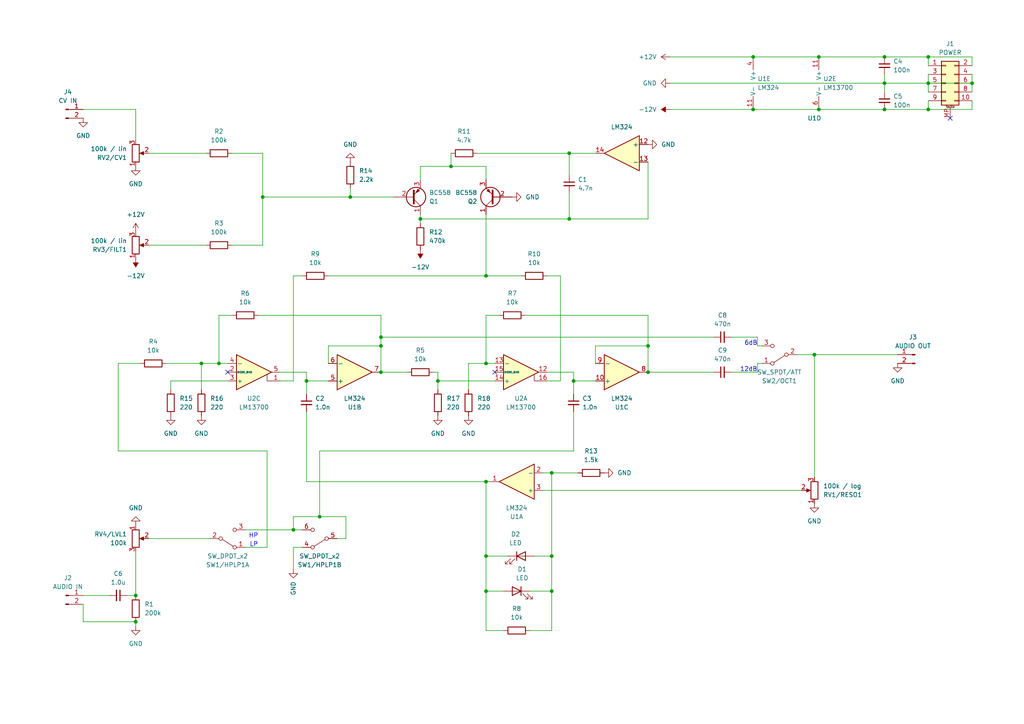
<source format=kicad_sch>
(kicad_sch (version 20230121) (generator eeschema)
  (paper "A4")
  (lib_symbols
    (symbol "Amplifier_Operational:LM13700" (pin_names (offset 0.127))
      (property "Reference" "U" (at 3.81 5.08 0))
      (property "Value" "LM13700" (at 5.08 -5.08 0))
      (symbol "LM13700_1_1"
        (polyline (pts (xy 3.81 -0.635) (xy 3.81 -2.54) (xy 5.08 -2.54)))
        (polyline (pts (xy 5.08 0) (xy -5.08 -5.08) (xy -5.08 5.08) (xy 5.08 0)) (stroke (width 0.254)) (fill (type background)))
        (pin output line (at 7.62 0 180) (length 2.54) (name "~") (number "12"))
        (pin input line (at -7.62 2.54 0) (length 2.54) (name "-") (number "13"))
        (pin input line (at -7.62 -2.54 0) (length 2.54) (name "+") (number "14"))
        (pin input line (at -7.62 0 0) (length 2.54) (name "DIODE_BIAS") (number "15"))
        (pin input line (at 7.62 -2.54 180) (length 2.54) (name "~") (number "16"))
      )
      (symbol "LM13700_2_0"
        (polyline (pts (xy -1.905 2.54) (xy -3.175 2.54)))
      )
      (symbol "LM13700_2_1"
        (circle (center -2.54 1.905) (radius 0.254) (stroke (width 0.254)) (fill (type outline)))
        (polyline (pts (xy -3.81 -0.635) (xy -2.54 -1.27)))
        (polyline (pts (xy -3.81 1.27) (xy -3.81 -1.27)))
        (polyline (pts (xy -2.54 -1.905) (xy -1.27 -2.54)))
        (polyline (pts (xy -2.54 0) (xy -2.54 -2.54)))
        (polyline (pts (xy -3.81 0.635) (xy -2.54 1.27) (xy -2.54 1.905) (xy -2.54 2.54)))
        (polyline (pts (xy -2.54 -1.27) (xy -3.175 -0.635) (xy -3.175 -1.27) (xy -2.54 -1.27)) (fill (type outline)))
        (polyline (pts (xy -2.54 -0.635) (xy -1.27 0) (xy -1.27 1.905) (xy -2.54 1.905)))
        (polyline (pts (xy -1.27 -2.54) (xy -1.905 -1.905) (xy -1.905 -2.54) (xy -1.27 -2.54)) (fill (type outline)))
        (text "V+" (at -2.54 3.81 0) (effects (font (size 1.27 1.27))))
        (pin input line (at -7.62 0 0) (length 3.81) (name "~") (number "10"))
        (pin output line (at 2.54 -2.54 180) (length 3.81) (name "~") (number "9"))
      )
      (symbol "LM13700_3_1"
        (polyline (pts (xy 3.81 -0.635) (xy 3.81 -2.54) (xy 5.08 -2.54)))
        (polyline (pts (xy 5.08 0) (xy -5.08 -5.08) (xy -5.08 5.08) (xy 5.08 0)) (stroke (width 0.254)) (fill (type background)))
        (pin input line (at 7.62 -2.54 180) (length 2.54) (name "~") (number "1"))
        (pin input line (at -7.62 0 0) (length 2.54) (name "DIODE_BIAS") (number "2"))
        (pin input line (at -7.62 -2.54 0) (length 2.54) (name "+") (number "3"))
        (pin input line (at -7.62 2.54 0) (length 2.54) (name "-") (number "4"))
        (pin output line (at 7.62 0 180) (length 2.54) (name "~") (number "5"))
      )
      (symbol "LM13700_4_0"
        (polyline (pts (xy -3.175 2.54) (xy -1.905 2.54)))
        (text "V+" (at -2.54 3.81 0) (effects (font (size 1.27 1.27))))
      )
      (symbol "LM13700_4_1"
        (circle (center -2.54 1.905) (radius 0.254) (stroke (width 0.254)) (fill (type outline)))
        (polyline (pts (xy -3.81 -0.635) (xy -2.54 -1.27)))
        (polyline (pts (xy -3.81 1.27) (xy -3.81 -1.27)))
        (polyline (pts (xy -2.54 -1.905) (xy -1.27 -2.54)))
        (polyline (pts (xy -2.54 0) (xy -2.54 -2.54)))
        (polyline (pts (xy -3.81 0.635) (xy -2.54 1.27) (xy -2.54 2.54)))
        (polyline (pts (xy -2.54 -1.27) (xy -3.175 -0.635) (xy -3.175 -1.27) (xy -2.54 -1.27)) (fill (type outline)))
        (polyline (pts (xy -2.54 -0.635) (xy -1.27 0) (xy -1.27 1.905) (xy -2.54 1.905)))
        (polyline (pts (xy -1.27 -2.54) (xy -1.905 -1.905) (xy -1.905 -2.54) (xy -1.27 -2.54)) (fill (type outline)))
        (pin input line (at -7.62 0 0) (length 3.81) (name "~") (number "7"))
        (pin output line (at 2.54 -2.54 180) (length 3.81) (name "~") (number "8"))
      )
      (symbol "LM13700_5_1"
        (pin power_in line (at -2.54 7.62 270) (length 3.81) (name "V+") (number "11"))
        (pin power_in line (at -2.54 -7.62 90) (length 3.81) (name "V-") (number "6"))
      )
    )
    (symbol "Amplifier_Operational:LM324" (pin_names (offset 0.127))
      (property "Reference" "U" (at 0 5.08 0))
      (property "Value" "LM324" (at 0 -5.08 0))
      (symbol "LM324_1_1"
        (polyline (pts (xy -5.08 5.08) (xy 5.08 0) (xy -5.08 -5.08) (xy -5.08 5.08)) (stroke (width 0.254)) (fill (type background)))
        (pin output line (at 7.62 0 180) (length 2.54) (name "~") (number "1"))
        (pin input line (at -7.62 -2.54 0) (length 2.54) (name "-") (number "2"))
        (pin input line (at -7.62 2.54 0) (length 2.54) (name "+") (number "3"))
      )
      (symbol "LM324_2_1"
        (polyline (pts (xy -5.08 5.08) (xy 5.08 0) (xy -5.08 -5.08) (xy -5.08 5.08)) (stroke (width 0.254)) (fill (type background)))
        (pin input line (at -7.62 2.54 0) (length 2.54) (name "+") (number "5"))
        (pin input line (at -7.62 -2.54 0) (length 2.54) (name "-") (number "6"))
        (pin output line (at 7.62 0 180) (length 2.54) (name "~") (number "7"))
      )
      (symbol "LM324_3_1"
        (polyline (pts (xy -5.08 5.08) (xy 5.08 0) (xy -5.08 -5.08) (xy -5.08 5.08)) (stroke (width 0.254)) (fill (type background)))
        (pin input line (at -7.62 2.54 0) (length 2.54) (name "+") (number "10"))
        (pin output line (at 7.62 0 180) (length 2.54) (name "~") (number "8"))
        (pin input line (at -7.62 -2.54 0) (length 2.54) (name "-") (number "9"))
      )
      (symbol "LM324_4_1"
        (polyline (pts (xy -5.08 5.08) (xy 5.08 0) (xy -5.08 -5.08) (xy -5.08 5.08)) (stroke (width 0.254)) (fill (type background)))
        (pin input line (at -7.62 2.54 0) (length 2.54) (name "+") (number "12"))
        (pin input line (at -7.62 -2.54 0) (length 2.54) (name "-") (number "13"))
        (pin output line (at 7.62 0 180) (length 2.54) (name "~") (number "14"))
      )
      (symbol "LM324_5_1"
        (pin power_in line (at -2.54 -7.62 90) (length 3.81) (name "V-") (number "11"))
        (pin power_in line (at -2.54 7.62 270) (length 3.81) (name "V+") (number "4"))
      )
    )
    (symbol "Connector:Conn_01x02_Pin" (pin_names (offset 1.016) hide)
      (property "Reference" "J" (at 0 2.54 0))
      (property "Value" "Conn_01x02_Pin" (at 0 -5.08 0))
      (symbol "Conn_01x02_Pin_1_1"
        (polyline (pts (xy 1.27 -2.54) (xy 0.8636 -2.54)) (stroke (width 0.1524)))
        (polyline (pts (xy 1.27 0) (xy 0.8636 0)) (stroke (width 0.1524)))
        (rectangle (start 0.8636 -2.413) (end 0 -2.667) (stroke (width 0.1524)) (fill (type outline)))
        (rectangle (start 0.8636 0.127) (end 0 -0.127) (stroke (width 0.1524)) (fill (type outline)))
        (pin passive line (at 5.08 0 180) (length 3.81) (name "Pin_1") (number "1"))
        (pin passive line (at 5.08 -2.54 180) (length 3.81) (name "Pin_2") (number "2"))
      )
    )
    (symbol "Connector_Generic_MountingPin:Conn_02x05_Odd_Even_MountingPin" (pin_names (offset 1.016) hide)
      (property "Reference" "J" (at 1.27 7.62 0))
      (property "Value" "Conn_02x05_Odd_Even_MountingPin" (at 2.54 -7.62 0))
      (symbol "Conn_02x05_Odd_Even_MountingPin_1_1"
        (rectangle (start -1.27 -4.953) (end 0 -5.207) (stroke (width 0.1524)))
        (rectangle (start -1.27 -2.413) (end 0 -2.667) (stroke (width 0.1524)))
        (rectangle (start -1.27 0.127) (end 0 -0.127) (stroke (width 0.1524)))
        (rectangle (start -1.27 2.667) (end 0 2.413) (stroke (width 0.1524)))
        (rectangle (start -1.27 5.207) (end 0 4.953) (stroke (width 0.1524)))
        (rectangle (start -1.27 6.35) (end 3.81 -6.35) (stroke (width 0.254)) (fill (type background)))
        (polyline (pts (xy 0.254 -7.112) (xy 2.286 -7.112)) (stroke (width 0.1524)))
        (rectangle (start 3.81 -4.953) (end 2.54 -5.207) (stroke (width 0.1524)))
        (rectangle (start 3.81 -2.413) (end 2.54 -2.667) (stroke (width 0.1524)))
        (rectangle (start 3.81 0.127) (end 2.54 -0.127) (stroke (width 0.1524)))
        (rectangle (start 3.81 2.667) (end 2.54 2.413) (stroke (width 0.1524)))
        (rectangle (start 3.81 5.207) (end 2.54 4.953) (stroke (width 0.1524)))
        (text "Mounting" (at 1.27 -6.731 0) (effects (font (size 0.381 0.381))))
        (pin passive line (at -5.08 5.08 0) (length 3.81) (name "Pin_1") (number "1"))
        (pin passive line (at 7.62 -5.08 180) (length 3.81) (name "Pin_10") (number "10"))
        (pin passive line (at 7.62 5.08 180) (length 3.81) (name "Pin_2") (number "2"))
        (pin passive line (at -5.08 2.54 0) (length 3.81) (name "Pin_3") (number "3"))
        (pin passive line (at 7.62 2.54 180) (length 3.81) (name "Pin_4") (number "4"))
        (pin passive line (at -5.08 0 0) (length 3.81) (name "Pin_5") (number "5"))
        (pin passive line (at 7.62 0 180) (length 3.81) (name "Pin_6") (number "6"))
        (pin passive line (at -5.08 -2.54 0) (length 3.81) (name "Pin_7") (number "7"))
        (pin passive line (at 7.62 -2.54 180) (length 3.81) (name "Pin_8") (number "8"))
        (pin passive line (at -5.08 -5.08 0) (length 3.81) (name "Pin_9") (number "9"))
        (pin passive line (at 1.27 -10.16 90) (length 3.048) (name "MountPin") (number "MP"))
      )
    )
    (symbol "Device:C_Small" (pin_numbers hide) (pin_names (offset 0.254) hide)
      (property "Reference" "C" (at 0.254 1.778 0))
      (property "Value" "C_Small" (at 0.254 -2.032 0))
      (symbol "C_Small_0_1"
        (polyline (pts (xy -1.524 -0.508) (xy 1.524 -0.508)) (stroke (width 0.3302)))
        (polyline (pts (xy -1.524 0.508) (xy 1.524 0.508)) (stroke (width 0.3048)))
      )
      (symbol "C_Small_1_1"
        (pin passive line (at 0 2.54 270) (length 2.032) (name "~") (number "1"))
        (pin passive line (at 0 -2.54 90) (length 2.032) (name "~") (number "2"))
      )
    )
    (symbol "Device:LED" (pin_numbers hide) (pin_names (offset 1.016) hide)
      (property "Reference" "D" (at 0 2.54 0))
      (property "Value" "LED" (at 0 -2.54 0))
      (symbol "LED_0_1"
        (polyline (pts (xy -1.27 -1.27) (xy -1.27 1.27)) (stroke (width 0.254)))
        (polyline (pts (xy -1.27 0) (xy 1.27 0)))
        (polyline (pts (xy 1.27 -1.27) (xy 1.27 1.27) (xy -1.27 0) (xy 1.27 -1.27)) (stroke (width 0.254)))
        (polyline (pts (xy -3.048 -0.762) (xy -4.572 -2.286) (xy -3.81 -2.286) (xy -4.572 -2.286) (xy -4.572 -1.524)))
        (polyline (pts (xy -1.778 -0.762) (xy -3.302 -2.286) (xy -2.54 -2.286) (xy -3.302 -2.286) (xy -3.302 -1.524)))
      )
      (symbol "LED_1_1"
        (pin passive line (at -3.81 0 0) (length 2.54) (name "K") (number "1"))
        (pin passive line (at 3.81 0 180) (length 2.54) (name "A") (number "2"))
      )
    )
    (symbol "Device:R" (pin_numbers hide) (pin_names (offset 0))
      (property "Reference" "R" (at 2.032 0 90))
      (property "Value" "R" (at 0 0 90))
      (symbol "R_0_1"
        (rectangle (start -1.016 -2.54) (end 1.016 2.54) (stroke (width 0.254)))
      )
      (symbol "R_1_1"
        (pin passive line (at 0 3.81 270) (length 1.27) (name "~") (number "1"))
        (pin passive line (at 0 -3.81 90) (length 1.27) (name "~") (number "2"))
      )
    )
    (symbol "Device:R_Potentiometer" (pin_names (offset 1.016) hide)
      (property "Reference" "RV" (at -4.445 0 90))
      (property "Value" "R_Potentiometer" (at -2.54 0 90))
      (symbol "R_Potentiometer_0_1"
        (polyline (pts (xy 2.54 0) (xy 1.524 0)))
        (polyline (pts (xy 1.143 0) (xy 2.286 0.508) (xy 2.286 -0.508) (xy 1.143 0)) (fill (type outline)))
        (rectangle (start 1.016 2.54) (end -1.016 -2.54) (stroke (width 0.254)))
      )
      (symbol "R_Potentiometer_1_1"
        (pin passive line (at 0 3.81 270) (length 1.27) (name "1") (number "1"))
        (pin passive line (at 3.81 0 180) (length 1.27) (name "2") (number "2"))
        (pin passive line (at 0 -3.81 90) (length 1.27) (name "3") (number "3"))
      )
    )
    (symbol "Switch:SW_DPDT_x2" (pin_names (offset 0) hide)
      (property "Reference" "SW" (at 0 4.318 0))
      (property "Value" "SW_DPDT_x2" (at 0 -5.08 0))
      (symbol "SW_DPDT_x2_0_0"
        (circle (center -2.032 0) (radius 0.508))
        (circle (center 2.032 -2.54) (radius 0.508))
      )
      (symbol "SW_DPDT_x2_0_1"
        (polyline (pts (xy -1.524 0.254) (xy 1.651 2.286)))
        (circle (center 2.032 2.54) (radius 0.508))
      )
      (symbol "SW_DPDT_x2_1_1"
        (pin passive line (at 5.08 2.54 180) (length 2.54) (name "A") (number "1"))
        (pin passive line (at -5.08 0 0) (length 2.54) (name "B") (number "2"))
        (pin passive line (at 5.08 -2.54 180) (length 2.54) (name "C") (number "3"))
      )
      (symbol "SW_DPDT_x2_2_1"
        (pin passive line (at 5.08 2.54 180) (length 2.54) (name "A") (number "4"))
        (pin passive line (at -5.08 0 0) (length 2.54) (name "B") (number "5"))
        (pin passive line (at 5.08 -2.54 180) (length 2.54) (name "C") (number "6"))
      )
    )
    (symbol "Switch:SW_SPDT" (pin_names (offset 0) hide)
      (property "Reference" "SW" (at 0 4.318 0))
      (property "Value" "SW_SPDT" (at 0 -5.08 0))
      (symbol "SW_SPDT_0_0"
        (circle (center -2.032 0) (radius 0.508))
        (circle (center 2.032 -2.54) (radius 0.508))
      )
      (symbol "SW_SPDT_0_1"
        (polyline (pts (xy -1.524 0.254) (xy 1.651 2.286)))
        (circle (center 2.032 2.54) (radius 0.508))
      )
      (symbol "SW_SPDT_1_1"
        (pin passive line (at 5.08 2.54 180) (length 2.54) (name "A") (number "1"))
        (pin passive line (at -5.08 0 0) (length 2.54) (name "B") (number "2"))
        (pin passive line (at 5.08 -2.54 180) (length 2.54) (name "C") (number "3"))
      )
    )
    (symbol "Transistor_BJT:BC559" (pin_names (offset 0) hide)
      (property "Reference" "Q" (at 5.08 1.905 0))
      (property "Value" "BC559" (at 5.08 0 0))
      (symbol "BC559_0_1"
        (polyline (pts (xy 0.635 0.635) (xy 2.54 2.54)))
        (polyline (pts (xy 0.635 -0.635) (xy 2.54 -2.54) (xy 2.54 -2.54)))
        (polyline (pts (xy 0.635 1.905) (xy 0.635 -1.905) (xy 0.635 -1.905)) (stroke (width 0.508)))
        (polyline (pts (xy 2.286 -1.778) (xy 1.778 -2.286) (xy 1.27 -1.27) (xy 2.286 -1.778) (xy 2.286 -1.778)) (fill (type outline)))
        (circle (center 1.27 0) (radius 2.8194) (stroke (width 0.254)))
      )
      (symbol "BC559_1_1"
        (pin passive line (at 2.54 5.08 270) (length 2.54) (name "C") (number "1"))
        (pin input line (at -5.08 0 0) (length 5.715) (name "B") (number "2"))
        (pin passive line (at 2.54 -5.08 90) (length 2.54) (name "E") (number "3"))
      )
    )
    (symbol "power:+12V" (power) (pin_names (offset 0))
      (property "Value" "+12V" (at 0 3.556 0))
      (symbol "+12V_0_1"
        (polyline (pts (xy -0.762 1.27) (xy 0 2.54)))
        (polyline (pts (xy 0 0) (xy 0 2.54)))
        (polyline (pts (xy 0 2.54) (xy 0.762 1.27)))
      )
      (symbol "+12V_1_1"
        (pin power_in line (at 0 0 90) (length 0) hide (name "+12V") (number "1"))
      )
    )
    (symbol "power:-12V" (power) (pin_names (offset 0))
      (property "Value" "-12V" (at 0 3.81 0))
      (symbol "-12V_0_0"
        (pin power_in line (at 0 0 90) (length 0) hide (name "-12V") (number "1"))
      )
      (symbol "-12V_0_1"
        (polyline (pts (xy 0 0) (xy 0 1.27) (xy 0.762 1.27) (xy 0 2.54) (xy -0.762 1.27) (xy 0 1.27)) (fill (type outline)))
      )
    )
    (symbol "power:GND" (power) (pin_names (offset 0))
      (property "Value" "GND" (at 0 -3.81 0))
      (symbol "GND_0_1"
        (polyline (pts (xy 0 0) (xy 0 -1.27) (xy 1.27 -1.27) (xy 0 -2.54) (xy -1.27 -1.27) (xy 0 -1.27)))
      )
      (symbol "GND_1_1"
        (pin power_in line (at 0 0 270) (length 0) hide (name "GND") (number "1"))
      )
    )
  )
  (junction (at 110.49 97.79))
  (junction (at 140.97 139.7))
  (junction (at 58.42 105.41))
  (junction (at 269.24 16.51))
  (junction (at 237.49 31.75))
  (junction (at 76.2 57.15))
  (junction (at 269.24 24.13))
  (junction (at 88.9 110.49))
  (junction (at 140.97 80.01))
  (junction (at 85.09 153.67))
  (junction (at 165.1 63.5))
  (junction (at 140.97 105.41))
  (junction (at 236.22 102.87))
  (junction (at 256.54 31.75))
  (junction (at 121.92 63.5))
  (junction (at 101.6 57.15))
  (junction (at 256.54 16.51))
  (junction (at 160.02 137.16))
  (junction (at 281.94 24.13))
  (junction (at 237.49 16.51))
  (junction (at 63.5 105.41))
  (junction (at 39.37 172.72))
  (junction (at 92.71 149.86))
  (junction (at 140.97 161.29))
  (junction (at 166.37 110.49))
  (junction (at 160.02 171.45))
  (junction (at 187.96 107.95))
  (junction (at 140.97 171.45))
  (junction (at 256.54 24.13))
  (junction (at 110.49 100.33))
  (junction (at 187.96 100.33))
  (junction (at 165.1 44.45))
  (junction (at 130.81 48.26))
  (junction (at 127 110.49))
  (junction (at 110.49 107.95))
  (junction (at 218.44 31.75))
  (junction (at 218.44 16.51))
  (junction (at 160.02 161.29))
  (junction (at 269.24 31.75))
  (junction (at 39.37 180.34))
  (no_connect (at 143.51 107.95))
  (no_connect (at 275.59 34.29))
  (no_connect (at 66.04 107.95))
  (wire (pts (xy 146.05 171.45) (xy 140.97 171.45)))
  (wire (pts (xy 269.24 19.05) (xy 269.24 16.51)))
  (wire (pts (xy 140.97 62.23) (xy 140.97 80.01)))
  (wire (pts (xy 219.71 105.41) (xy 219.71 107.95)))
  (wire (pts (xy 110.49 100.33) (xy 95.25 100.33)))
  (wire (pts (xy 194.31 16.51) (xy 218.44 16.51)))
  (wire (pts (xy 110.49 107.95) (xy 110.49 100.33)))
  (wire (pts (xy 187.96 91.44) (xy 187.96 100.33)))
  (wire (pts (xy 162.56 80.01) (xy 162.56 110.49)))
  (wire (pts (xy 81.28 110.49) (xy 85.09 110.49)))
  (wire (pts (xy 34.29 105.41) (xy 34.29 130.81)))
  (wire (pts (xy 39.37 180.34) (xy 24.13 180.34)))
  (wire (pts (xy 212.09 97.79) (xy 219.71 97.79)))
  (wire (pts (xy 218.44 31.75) (xy 237.49 31.75)))
  (wire (pts (xy 157.48 137.16) (xy 160.02 137.16)))
  (wire (pts (xy 100.33 156.21) (xy 97.79 156.21)))
  (wire (pts (xy 231.14 102.87) (xy 236.22 102.87)))
  (wire (pts (xy 49.53 110.49) (xy 66.04 110.49)))
  (wire (pts (xy 166.37 107.95) (xy 166.37 110.49)))
  (wire (pts (xy 219.71 107.95) (xy 212.09 107.95)))
  (wire (pts (xy 100.33 156.21) (xy 100.33 149.86)))
  (wire (pts (xy 110.49 91.44) (xy 110.49 97.79)))
  (wire (pts (xy 110.49 97.79) (xy 110.49 100.33)))
  (wire (pts (xy 121.92 62.23) (xy 121.92 63.5)))
  (wire (pts (xy 24.13 180.34) (xy 24.13 175.26)))
  (wire (pts (xy 76.2 57.15) (xy 101.6 57.15)))
  (wire (pts (xy 237.49 16.51) (xy 256.54 16.51)))
  (wire (pts (xy 138.43 44.45) (xy 165.1 44.45)))
  (wire (pts (xy 92.71 149.86) (xy 100.33 149.86)))
  (wire (pts (xy 121.92 63.5) (xy 121.92 64.77)))
  (wire (pts (xy 269.24 24.13) (xy 281.94 24.13)))
  (wire (pts (xy 140.97 52.07) (xy 140.97 48.26)))
  (wire (pts (xy 135.89 105.41) (xy 140.97 105.41)))
  (wire (pts (xy 165.1 63.5) (xy 187.96 63.5)))
  (wire (pts (xy 166.37 119.38) (xy 166.37 130.81)))
  (wire (pts (xy 48.26 105.41) (xy 58.42 105.41)))
  (wire (pts (xy 153.67 171.45) (xy 160.02 171.45)))
  (wire (pts (xy 85.09 158.75) (xy 85.09 165.1)))
  (wire (pts (xy 140.97 161.29) (xy 140.97 171.45)))
  (wire (pts (xy 88.9 107.95) (xy 88.9 110.49)))
  (wire (pts (xy 135.89 113.03) (xy 135.89 105.41)))
  (wire (pts (xy 127 107.95) (xy 125.73 107.95)))
  (wire (pts (xy 219.71 105.41) (xy 220.98 105.41)))
  (wire (pts (xy 166.37 110.49) (xy 172.72 110.49)))
  (wire (pts (xy 152.4 91.44) (xy 187.96 91.44)))
  (wire (pts (xy 281.94 24.13) (xy 281.94 26.67)))
  (wire (pts (xy 207.01 97.79) (xy 110.49 97.79)))
  (wire (pts (xy 58.42 105.41) (xy 63.5 105.41)))
  (wire (pts (xy 121.92 63.5) (xy 165.1 63.5)))
  (wire (pts (xy 92.71 130.81) (xy 92.71 149.86)))
  (wire (pts (xy 218.44 16.51) (xy 237.49 16.51)))
  (wire (pts (xy 256.54 16.51) (xy 269.24 16.51)))
  (wire (pts (xy 140.97 80.01) (xy 151.13 80.01)))
  (wire (pts (xy 67.31 44.45) (xy 76.2 44.45)))
  (wire (pts (xy 127 107.95) (xy 127 110.49)))
  (wire (pts (xy 71.12 153.67) (xy 85.09 153.67)))
  (wire (pts (xy 49.53 113.03) (xy 49.53 110.49)))
  (wire (pts (xy 256.54 24.13) (xy 269.24 24.13)))
  (wire (pts (xy 127 110.49) (xy 143.51 110.49)))
  (wire (pts (xy 130.81 48.26) (xy 140.97 48.26)))
  (wire (pts (xy 158.75 110.49) (xy 162.56 110.49)))
  (wire (pts (xy 81.28 107.95) (xy 88.9 107.95)))
  (wire (pts (xy 39.37 181.61) (xy 39.37 180.34)))
  (wire (pts (xy 187.96 107.95) (xy 187.96 100.33)))
  (wire (pts (xy 58.42 105.41) (xy 58.42 113.03)))
  (wire (pts (xy 165.1 50.8) (xy 165.1 44.45)))
  (wire (pts (xy 269.24 16.51) (xy 281.94 16.51)))
  (wire (pts (xy 140.97 139.7) (xy 142.24 139.7)))
  (wire (pts (xy 67.31 91.44) (xy 63.5 91.44)))
  (wire (pts (xy 140.97 91.44) (xy 140.97 105.41)))
  (wire (pts (xy 219.71 100.33) (xy 220.98 100.33)))
  (wire (pts (xy 43.18 44.45) (xy 59.69 44.45)))
  (wire (pts (xy 85.09 149.86) (xy 85.09 153.67)))
  (wire (pts (xy 121.92 52.07) (xy 121.92 48.26)))
  (wire (pts (xy 85.09 110.49) (xy 85.09 80.01)))
  (wire (pts (xy 76.2 57.15) (xy 76.2 71.12)))
  (wire (pts (xy 24.13 172.72) (xy 31.75 172.72)))
  (wire (pts (xy 153.67 182.88) (xy 160.02 182.88)))
  (wire (pts (xy 256.54 31.75) (xy 269.24 31.75)))
  (wire (pts (xy 43.18 71.12) (xy 59.69 71.12)))
  (wire (pts (xy 77.47 158.75) (xy 77.47 130.81)))
  (wire (pts (xy 74.93 91.44) (xy 110.49 91.44)))
  (wire (pts (xy 256.54 21.59) (xy 256.54 24.13)))
  (wire (pts (xy 77.47 130.81) (xy 34.29 130.81)))
  (wire (pts (xy 88.9 110.49) (xy 95.25 110.49)))
  (wire (pts (xy 63.5 91.44) (xy 63.5 105.41)))
  (wire (pts (xy 269.24 31.75) (xy 281.94 31.75)))
  (wire (pts (xy 39.37 160.02) (xy 39.37 172.72)))
  (wire (pts (xy 219.71 100.33) (xy 219.71 97.79)))
  (wire (pts (xy 157.48 142.24) (xy 232.41 142.24)))
  (wire (pts (xy 269.24 24.13) (xy 269.24 26.67)))
  (wire (pts (xy 110.49 107.95) (xy 118.11 107.95)))
  (wire (pts (xy 95.25 100.33) (xy 95.25 105.41)))
  (wire (pts (xy 85.09 153.67) (xy 87.63 153.67)))
  (wire (pts (xy 88.9 114.3) (xy 88.9 110.49)))
  (wire (pts (xy 121.92 48.26) (xy 130.81 48.26)))
  (wire (pts (xy 140.97 161.29) (xy 140.97 139.7)))
  (wire (pts (xy 158.75 107.95) (xy 166.37 107.95)))
  (wire (pts (xy 160.02 137.16) (xy 167.64 137.16)))
  (wire (pts (xy 237.49 31.75) (xy 256.54 31.75)))
  (wire (pts (xy 187.96 100.33) (xy 172.72 100.33)))
  (wire (pts (xy 140.97 171.45) (xy 140.97 182.88)))
  (wire (pts (xy 130.81 44.45) (xy 130.81 48.26)))
  (wire (pts (xy 147.32 161.29) (xy 140.97 161.29)))
  (wire (pts (xy 88.9 119.38) (xy 88.9 139.7)))
  (wire (pts (xy 127 113.03) (xy 127 110.49)))
  (wire (pts (xy 165.1 55.88) (xy 165.1 63.5)))
  (wire (pts (xy 92.71 149.86) (xy 85.09 149.86)))
  (wire (pts (xy 281.94 19.05) (xy 281.94 16.51)))
  (wire (pts (xy 236.22 102.87) (xy 236.22 138.43)))
  (wire (pts (xy 165.1 44.45) (xy 172.72 44.45)))
  (wire (pts (xy 172.72 100.33) (xy 172.72 105.41)))
  (wire (pts (xy 85.09 80.01) (xy 87.63 80.01)))
  (wire (pts (xy 39.37 31.75) (xy 39.37 40.64)))
  (wire (pts (xy 144.78 91.44) (xy 140.97 91.44)))
  (wire (pts (xy 158.75 80.01) (xy 162.56 80.01)))
  (wire (pts (xy 71.12 158.75) (xy 77.47 158.75)))
  (wire (pts (xy 269.24 21.59) (xy 269.24 24.13)))
  (wire (pts (xy 88.9 139.7) (xy 140.97 139.7)))
  (wire (pts (xy 140.97 105.41) (xy 143.51 105.41)))
  (wire (pts (xy 146.05 182.88) (xy 140.97 182.88)))
  (wire (pts (xy 166.37 114.3) (xy 166.37 110.49)))
  (wire (pts (xy 194.31 24.13) (xy 256.54 24.13)))
  (wire (pts (xy 36.83 172.72) (xy 39.37 172.72)))
  (wire (pts (xy 154.94 161.29) (xy 160.02 161.29)))
  (wire (pts (xy 194.31 31.75) (xy 218.44 31.75)))
  (wire (pts (xy 187.96 46.99) (xy 187.96 63.5)))
  (wire (pts (xy 281.94 21.59) (xy 281.94 24.13)))
  (wire (pts (xy 101.6 57.15) (xy 114.3 57.15)))
  (wire (pts (xy 87.63 158.75) (xy 85.09 158.75)))
  (wire (pts (xy 207.01 107.95) (xy 187.96 107.95)))
  (wire (pts (xy 256.54 24.13) (xy 256.54 26.67)))
  (wire (pts (xy 160.02 171.45) (xy 160.02 182.88)))
  (wire (pts (xy 101.6 54.61) (xy 101.6 57.15)))
  (wire (pts (xy 34.29 105.41) (xy 40.64 105.41)))
  (wire (pts (xy 160.02 161.29) (xy 160.02 171.45)))
  (wire (pts (xy 76.2 44.45) (xy 76.2 57.15)))
  (wire (pts (xy 281.94 29.21) (xy 281.94 31.75)))
  (wire (pts (xy 24.13 31.75) (xy 39.37 31.75)))
  (wire (pts (xy 236.22 102.87) (xy 260.35 102.87)))
  (wire (pts (xy 160.02 161.29) (xy 160.02 137.16)))
  (wire (pts (xy 67.31 71.12) (xy 76.2 71.12)))
  (wire (pts (xy 95.25 80.01) (xy 140.97 80.01)))
  (wire (pts (xy 166.37 130.81) (xy 92.71 130.81)))
  (wire (pts (xy 269.24 29.21) (xy 269.24 31.75)))
  (wire (pts (xy 43.18 156.21) (xy 60.96 156.21)))
  (wire (pts (xy 63.5 105.41) (xy 66.04 105.41)))
  (text "HP" (at 74.93 156.21 0) (effects (font (size 1.27 1.27)) (justify right bottom)))
  (text "6dB" (at 215.9 100.33 0) (effects (font (size 1.27 1.27)) (justify left bottom)))
  (text "LP" (at 72.39 158.75 0) (effects (font (size 1.27 1.27)) (justify left bottom)))
  (text "12dB" (at 214.63 107.95 0) (effects (font (size 1.27 1.27)) (justify left bottom)))
  (symbol (lib_id "power:-12V") (at 121.92 72.39 180) (unit 1)
    (property "Reference" "#PWR013" (effects hide))
    (property "Value" "-12V" (at 121.92 77.47 0))
  )
  (symbol (lib_id "Device:R_Potentiometer") (at 236.22 142.24 180) (unit 1)
    (property "Reference" "RV1/RESO1" (at 238.76 143.51 0) (effects (justify right)))
    (property "Value" "100k / log" (at 238.76 140.97 0) (effects (justify right)))
    (property "Footprint" "Potentiometer_THT:Potentiometer_TT_P0915N" (effects hide))
    (property "Sim.Device" "R" (effects hide))
    (property "Sim.Pins" "1=+ 2=-" (effects hide))
    (property "Sim.Params" "r=50k" (effects hide))
  )
  (symbol (lib_id "Device:R") (at 58.42 116.84 0) (unit 1)
    (property "Reference" "R16" (at 60.96 115.57 0) (effects (justify left)))
    (property "Value" "220" (at 60.96 118.11 0) (effects (justify left)))
    (property "Footprint" "Resistor_THT:R_Axial_DIN0207_L6.3mm_D2.5mm_P15.24mm_Horizontal" (effects hide))
  )
  (symbol (lib_id "power:GND") (at 39.37 181.61 0) (mirror y) (unit 1)
    (property "Reference" "#PWR09" (effects hide))
    (property "Value" "GND" (at 39.37 186.69 0))
  )
  (symbol (lib_id "Transistor_BJT:BC559") (at 119.38 57.15 0) (mirror x) (unit 1)
    (property "Reference" "Q1" (at 124.46 58.42 0) (effects (justify left)))
    (property "Value" "BC558" (at 124.46 55.88 0) (effects (justify left)))
    (property "Footprint" "Package_TO_SOT_THT:TO-92_Inline_Wide" (effects hide))
    (property "Datasheet" "https://www.onsemi.com/pub/Collateral/BC556BTA-D.pdf" (effects hide))
    (property "Sim.Library" "C:\\Users\\zykure\\Downloads\\BC557.lib" (effects hide))
    (property "Sim.Name" "BC557B" (effects hide))
    (property "Sim.Device" "PNP" (effects hide))
    (property "Sim.Type" "GUMMELPOON" (effects hide))
    (property "Sim.Pins" "1=C 2=B 3=E" (effects hide))
  )
  (symbol (lib_id "Amplifier_Operational:LM13700") (at 240.03 24.13 0) (unit 5)
    (property "Reference" "U2" (at 238.76 22.86 0) (effects (justify left)))
    (property "Value" "LM13700" (at 238.76 25.4 0) (effects (justify left)))
    (property "Footprint" "Package_DIP:DIP-16_W7.62mm" (effects hide))
    (property "Datasheet" "http://www.ti.com/lit/ds/symlink/lm13700.pdf" (effects hide))
    (property "Sim.Library" "C:\\Users\\zykure\\Downloads\\LM13700-dual.lib" (effects hide))
    (property "Sim.Name" "LM13700" (effects hide))
    (property "Sim.Device" "SUBCKT" (effects hide))
    (property "Sim.Pins" "1=1iab 2=1lin 3=1in+ 4=1in- 5=1out 6=vcc- 7=1bin 8=1buf 9=2buf 10=2bin 11=vcc+ 12=2out 13=2in- 14=2in+ 15=2iab 16=2lin" (effects hide))
  )
  (symbol (lib_id "Device:C_Small") (at 256.54 19.05 0) (unit 1)
    (property "Reference" "C4" (at 259.08 17.7863 0) (effects (justify left)))
    (property "Value" "100n" (at 259.08 20.3263 0) (effects (justify left)))
    (property "Footprint" "Capacitor_THT:C_Disc_D7.5mm_W2.5mm_P5.00mm" (effects hide))
  )
  (symbol (lib_id "Amplifier_Operational:LM13700") (at 151.13 107.95 0) (unit 1)
    (property "Reference" "U2" (at 151.13 115.57 0))
    (property "Value" "LM13700" (at 151.13 118.11 0))
    (property "Footprint" "Package_DIP:DIP-16_W7.62mm" (effects hide))
    (property "Datasheet" "http://www.ti.com/lit/ds/symlink/lm13700.pdf" (effects hide))
    (property "Sim.Library" "C:\\Users\\zykure\\Downloads\\LM13700-dual.lib" (effects hide))
    (property "Sim.Name" "LM13700" (effects hide))
    (property "Sim.Device" "SUBCKT" (effects hide))
    (property "Sim.Pins" "1=1iab 2=1lin 3=1in+ 4=1in- 5=1out 6=vcc- 7=1bin 8=1buf 9=2buf 10=2bin 11=vcc+ 12=2out 13=2in- 14=2in+ 15=2iab 16=2lin" (effects hide))
  )
  (symbol (lib_id "Amplifier_Operational:LM324") (at 180.34 107.95 0) (mirror x) (unit 3)
    (property "Reference" "U1" (at 180.34 118.11 0))
    (property "Value" "LM324" (at 180.34 115.57 0))
    (property "Footprint" "Package_DIP:DIP-14_W7.62mm" (effects hide))
    (property "Datasheet" "http://www.ti.com/lit/ds/symlink/lm2902-n.pdf" (effects hide))
    (property "Sim.Library" "C:\\Users\\zykure\\Downloads\\LM324-quad.lib" (effects hide))
    (property "Sim.Name" "LM324" (effects hide))
    (property "Sim.Device" "SUBCKT" (effects hide))
    (property "Sim.Pins" "1=1out 2=1in- 3=1in+ 4=vcc+ 5=2in+ 6=2in- 7=2out 8=3out 9=3in- 10=3in+ 11=vcc- 12=4in+ 13=4in- 14=4out" (effects hide))
  )
  (symbol (lib_id "Device:LED") (at 151.13 161.29 0) (unit 1)
    (property "Reference" "D2" (at 149.5425 154.94 0))
    (property "Value" "LED" (at 149.5425 157.48 0))
    (property "Footprint" "LED_THT:LED_D3.0mm" (effects hide))
    (property "Sim.Device" "D" (effects hide))
    (property "Sim.Pins" "1=K 2=A" (effects hide))
  )
  (symbol (lib_id "power:-12V") (at 39.37 74.93 180) (unit 1)
    (property "Reference" "#PWR014" (effects hide))
    (property "Value" "-12V" (at 39.37 80.01 0))
  )
  (symbol (lib_id "Device:R") (at 127 116.84 0) (unit 1)
    (property "Reference" "R17" (at 129.54 115.57 0) (effects (justify left)))
    (property "Value" "220" (at 129.54 118.11 0) (effects (justify left)))
    (property "Footprint" "Resistor_THT:R_Axial_DIN0207_L6.3mm_D2.5mm_P15.24mm_Horizontal" (effects hide))
  )
  (symbol (lib_id "Device:R") (at 134.62 44.45 90) (unit 1)
    (property "Reference" "R11" (at 134.62 38.1 90))
    (property "Value" "4.7k" (at 134.62 40.64 90))
    (property "Footprint" "Resistor_THT:R_Axial_DIN0207_L6.3mm_D2.5mm_P15.24mm_Horizontal" (effects hide))
  )
  (symbol (lib_id "Device:C_Small") (at 166.37 116.84 0) (unit 1)
    (property "Reference" "C3" (at 168.91 115.5763 0) (effects (justify left)))
    (property "Value" "1.0n" (at 168.91 118.1163 0) (effects (justify left)))
    (property "Footprint" "Capacitor_THT:C_Disc_D7.5mm_W2.5mm_P5.00mm" (effects hide))
  )
  (symbol (lib_id "Device:C_Small") (at 165.1 53.34 0) (unit 1)
    (property "Reference" "C1" (at 167.64 52.0763 0) (effects (justify left)))
    (property "Value" "4.7n" (at 167.64 54.6163 0) (effects (justify left)))
    (property "Footprint" "Capacitor_THT:C_Disc_D7.5mm_W2.5mm_P5.00mm" (effects hide))
  )
  (symbol (lib_id "power:GND") (at 85.09 165.1 0) (unit 1)
    (property "Reference" "#PWR06" (effects hide))
    (property "Value" "GND" (at 85.09 172.72 90) (effects (justify left)))
  )
  (symbol (lib_id "power:GND") (at 39.37 48.26 0) (unit 1)
    (property "Reference" "#PWR010" (effects hide))
    (property "Value" "GND" (at 39.37 53.34 0))
  )
  (symbol (lib_id "power:+12V") (at 39.37 67.31 0) (unit 1)
    (property "Reference" "#PWR017" (effects hide))
    (property "Value" "+12V" (at 39.37 62.23 0))
  )
  (symbol (lib_id "Device:C_Small") (at 256.54 29.21 0) (unit 1)
    (property "Reference" "C5" (at 259.08 27.9463 0) (effects (justify left)))
    (property "Value" "100n" (at 259.08 30.4863 0) (effects (justify left)))
    (property "Footprint" "Capacitor_THT:C_Disc_D7.5mm_W2.5mm_P5.00mm" (effects hide))
  )
  (symbol (lib_id "Amplifier_Operational:LM324") (at 220.98 24.13 0) (unit 5)
    (property "Reference" "U1" (at 219.71 22.86 0) (effects (justify left)))
    (property "Value" "LM324" (at 219.71 25.4 0) (effects (justify left)))
    (property "Footprint" "Package_DIP:DIP-14_W7.62mm" (effects hide))
    (property "Datasheet" "http://www.ti.com/lit/ds/symlink/lm2902-n.pdf" (effects hide))
    (property "Sim.Library" "C:\\Users\\zykure\\Downloads\\LM324-quad.lib" (effects hide))
    (property "Sim.Name" "LM324" (effects hide))
    (property "Sim.Device" "SUBCKT" (effects hide))
    (property "Sim.Pins" "1=1out 2=1in- 3=1in+ 4=vcc+ 5=2in+ 6=2in- 7=2out 8=3out 9=3in- 10=3in+ 11=vcc- 12=4in+ 13=4in- 14=4out" (effects hide))
  )
  (symbol (lib_id "Device:C_Small") (at 88.9 116.84 0) (unit 1)
    (property "Reference" "C2" (at 91.44 115.5763 0) (effects (justify left)))
    (property "Value" "1.0n" (at 91.44 118.1163 0) (effects (justify left)))
    (property "Footprint" "Capacitor_THT:C_Disc_D7.5mm_W2.5mm_P5.00mm" (effects hide))
  )
  (symbol (lib_id "Device:R") (at 44.45 105.41 90) (unit 1)
    (property "Reference" "R4" (at 44.45 99.06 90))
    (property "Value" "10k" (at 44.45 101.6 90))
    (property "Footprint" "Resistor_THT:R_Axial_DIN0207_L6.3mm_D2.5mm_P15.24mm_Horizontal" (effects hide))
  )
  (symbol (lib_id "power:GND") (at 175.26 137.16 90) (unit 1)
    (property "Reference" "#PWR012" (effects hide))
    (property "Value" "GND" (at 179.07 137.16 90) (effects (justify right)))
  )
  (symbol (lib_id "Device:R") (at 148.59 91.44 90) (unit 1)
    (property "Reference" "R7" (at 148.59 85.09 90))
    (property "Value" "10k" (at 148.59 87.63 90))
    (property "Footprint" "Resistor_THT:R_Axial_DIN0207_L6.3mm_D2.5mm_P15.24mm_Horizontal" (effects hide))
  )
  (symbol (lib_id "Switch:SW_DPDT_x2") (at 66.04 156.21 0) (mirror x) (unit 1)
    (property "Reference" "SW1/HPLP1" (at 66.04 163.83 0))
    (property "Value" "SW_DPDT_x2" (at 66.04 161.29 0))
    (property "Footprint" "Connector_PinHeader_2.00mm:PinHeader_2x03_P2.00mm_Vertical" (effects hide))
    (property "Sim.Device" "R" (effects hide))
    (property "Sim.Pins" "1=+ 2=-" (effects hide))
    (property "Sim.Params" "r=0" (effects hide))
  )
  (symbol (lib_id "Device:R") (at 91.44 80.01 90) (unit 1)
    (property "Reference" "R9" (at 91.44 73.66 90))
    (property "Value" "10k" (at 91.44 76.2 90))
    (property "Footprint" "Resistor_THT:R_Axial_DIN0207_L6.3mm_D2.5mm_P15.24mm_Horizontal" (effects hide))
  )
  (symbol (lib_id "Device:R") (at 149.86 182.88 90) (unit 1)
    (property "Reference" "R8" (at 149.86 176.53 90))
    (property "Value" "10k" (at 149.86 179.07 90))
    (property "Footprint" "Resistor_THT:R_Axial_DIN0207_L6.3mm_D2.5mm_P15.24mm_Horizontal" (effects hide))
  )
  (symbol (lib_id "Switch:SW_SPDT") (at 226.06 102.87 180) (unit 1)
    (property "Reference" "SW2/OCT1" (at 226.06 110.49 0))
    (property "Value" "SW_SPDT/ATT" (at 226.06 107.95 0))
    (property "Footprint" "Connector_PinHeader_2.00mm:PinHeader_1x03_P2.00mm_Vertical" (effects hide))
    (property "Sim.Device" "R" (effects hide))
    (property "Sim.Pins" "1=+ 2=-" (effects hide))
    (property "Sim.Params" "r=0" (effects hide))
  )
  (symbol (lib_id "Connector:Conn_01x02_Pin") (at 19.05 31.75 0) (unit 1)
    (property "Reference" "J4" (at 19.685 26.67 0))
    (property "Value" "CV IN" (at 19.685 29.21 0))
    (property "Footprint" "Connector_PinHeader_2.54mm:PinHeader_2x01_P2.54mm_Vertical" (effects hide))
    (property "Sim.Enable" "0" (effects hide))
  )
  (symbol (lib_id "Device:R") (at 63.5 71.12 90) (unit 1)
    (property "Reference" "R3" (at 63.5 64.77 90))
    (property "Value" "100k" (at 63.5 67.31 90))
    (property "Footprint" "Resistor_THT:R_Axial_DIN0207_L6.3mm_D2.5mm_P15.24mm_Horizontal" (effects hide))
  )
  (symbol (lib_id "power:GND") (at 58.42 120.65 0) (unit 1)
    (property "Reference" "#PWR02" (effects hide))
    (property "Value" "GND" (at 58.42 125.73 0))
  )
  (symbol (lib_id "power:GND") (at 236.22 146.05 0) (unit 1)
    (property "Reference" "#PWR011" (effects hide))
    (property "Value" "GND" (at 236.22 151.13 0))
  )
  (symbol (lib_id "Connector:Conn_01x02_Pin") (at 19.05 172.72 0) (unit 1)
    (property "Reference" "J2" (at 19.685 167.64 0))
    (property "Value" "AUDIO IN" (at 19.685 170.18 0))
    (property "Footprint" "Connector_PinHeader_2.54mm:PinHeader_2x01_P2.54mm_Vertical" (effects hide))
    (property "Sim.Enable" "0" (effects hide))
  )
  (symbol (lib_id "Device:R") (at 101.6 50.8 0) (unit 1)
    (property "Reference" "R14" (at 104.14 49.53 0) (effects (justify left)))
    (property "Value" "2.2k" (at 104.14 52.07 0) (effects (justify left)))
    (property "Footprint" "Resistor_THT:R_Axial_DIN0207_L6.3mm_D2.5mm_P15.24mm_Horizontal" (effects hide))
  )
  (symbol (lib_id "Amplifier_Operational:LM324") (at 149.86 139.7 180) (unit 1)
    (property "Reference" "U1" (at 149.86 149.86 0))
    (property "Value" "LM324" (at 149.86 147.32 0))
    (property "Footprint" "Package_DIP:DIP-14_W7.62mm" (effects hide))
    (property "Datasheet" "http://www.ti.com/lit/ds/symlink/lm2902-n.pdf" (effects hide))
    (property "Sim.Library" "C:\\Users\\zykure\\Downloads\\LM324-quad.lib" (effects hide))
    (property "Sim.Name" "LM324" (effects hide))
    (property "Sim.Device" "SUBCKT" (effects hide))
    (property "Sim.Pins" "1=1out 2=1in- 3=1in+ 4=vcc+ 5=2in+ 6=2in- 7=2out 8=3out 9=3in- 10=3in+ 11=vcc- 12=4in+ 13=4in- 14=4out" (effects hide))
  )
  (symbol (lib_id "power:+12V") (at 194.31 16.51 90) (unit 1)
    (property "Reference" "#PWR016" (effects hide))
    (property "Value" "+12V" (at 190.5 16.51 90) (effects (justify left)))
  )
  (symbol (lib_id "Device:C_Small") (at 209.55 97.79 90) (unit 1)
    (property "Reference" "C8" (at 209.5563 91.44 90))
    (property "Value" "470n" (at 209.5563 93.98 90))
    (property "Footprint" "Capacitor_THT:C_Disc_D7.5mm_W2.5mm_P5.00mm" (effects hide))
  )
  (symbol (lib_id "power:GND") (at 101.6 46.99 180) (unit 1)
    (property "Reference" "#PWR020" (effects hide))
    (property "Value" "GND" (at 101.6 41.91 0))
  )
  (symbol (lib_id "Device:R_Potentiometer") (at 39.37 44.45 0) (mirror x) (unit 1)
    (property "Reference" "RV2/CV1" (at 36.83 45.72 0) (effects (justify right)))
    (property "Value" "100k / lin" (at 36.83 43.18 0) (effects (justify right)))
    (property "Footprint" "Potentiometer_THT:Potentiometer_TT_P0915N" (effects hide))
    (property "Sim.Device" "R" (effects hide))
    (property "Sim.Pins" "1=+ 2=-" (effects hide))
    (property "Sim.Params" "r=50k" (effects hide))
  )
  (symbol (lib_id "power:GND") (at 148.59 57.15 90) (unit 1)
    (property "Reference" "#PWR019" (effects hide))
    (property "Value" "GND" (at 152.4 57.15 90) (effects (justify right)))
  )
  (symbol (lib_id "power:GND") (at 194.31 24.13 270) (unit 1)
    (property "Reference" "#PWR018" (effects hide))
    (property "Value" "GND" (at 190.5 24.13 90) (effects (justify right)))
  )
  (symbol (lib_id "Device:R") (at 154.94 80.01 90) (unit 1)
    (property "Reference" "R10" (at 154.94 73.66 90))
    (property "Value" "10k" (at 154.94 76.2 90))
    (property "Footprint" "Resistor_THT:R_Axial_DIN0207_L6.3mm_D2.5mm_P15.24mm_Horizontal" (effects hide))
  )
  (symbol (lib_id "Device:C_Small") (at 34.29 172.72 270) (mirror x) (unit 1)
    (property "Reference" "C6" (at 34.2837 166.37 90))
    (property "Value" "1.0u" (at 34.2837 168.91 90))
    (property "Footprint" "Capacitor_THT:C_Disc_D7.5mm_W2.5mm_P5.00mm" (effects hide))
  )
  (symbol (lib_id "power:GND") (at 135.89 120.65 0) (unit 1)
    (property "Reference" "#PWR04" (effects hide))
    (property "Value" "GND" (at 135.89 125.73 0))
  )
  (symbol (lib_id "Device:R") (at 121.92 107.95 90) (unit 1)
    (property "Reference" "R5" (at 121.92 101.6 90))
    (property "Value" "10k" (at 121.92 104.14 90))
    (property "Footprint" "Resistor_THT:R_Axial_DIN0207_L6.3mm_D2.5mm_P15.24mm_Horizontal" (effects hide))
  )
  (symbol (lib_id "Device:R") (at 135.89 116.84 0) (unit 1)
    (property "Reference" "R18" (at 138.43 115.57 0) (effects (justify left)))
    (property "Value" "220" (at 138.43 118.11 0) (effects (justify left)))
    (property "Footprint" "Resistor_THT:R_Axial_DIN0207_L6.3mm_D2.5mm_P15.24mm_Horizontal" (effects hide))
  )
  (symbol (lib_id "Transistor_BJT:BC559") (at 143.51 57.15 180) (unit 1)
    (property "Reference" "Q2" (at 138.43 58.42 0) (effects (justify left)))
    (property "Value" "BC558" (at 138.43 55.88 0) (effects (justify left)))
    (property "Footprint" "Package_TO_SOT_THT:TO-92_Inline_Wide" (effects hide))
    (property "Datasheet" "https://www.onsemi.com/pub/Collateral/BC556BTA-D.pdf" (effects hide))
    (property "Sim.Library" "C:\\Users\\zykure\\Downloads\\BC557.lib" (effects hide))
    (property "Sim.Name" "BC557B" (effects hide))
    (property "Sim.Device" "PNP" (effects hide))
    (property "Sim.Type" "GUMMELPOON" (effects hide))
    (property "Sim.Pins" "1=C 2=B 3=E" (effects hide))
  )
  (symbol (lib_id "Device:R") (at 39.37 176.53 0) (unit 1)
    (property "Reference" "R1" (at 41.91 175.26 0) (effects (justify left)))
    (property "Value" "200k" (at 41.91 177.8 0) (effects (justify left)))
    (property "Footprint" "Resistor_THT:R_Axial_DIN0207_L6.3mm_D2.5mm_P15.24mm_Horizontal" (effects hide))
  )
  (symbol (lib_id "power:GND") (at 260.35 105.41 0) (unit 1)
    (property "Reference" "#PWR07" (effects hide))
    (property "Value" "GND" (at 260.35 110.49 0))
  )
  (symbol (lib_id "Switch:SW_DPDT_x2") (at 92.71 156.21 180) (unit 2)
    (property "Reference" "SW1/HPLP1" (at 92.71 163.83 0))
    (property "Value" "SW_DPDT_x2" (at 92.71 161.29 0))
    (property "Footprint" "Connector_PinHeader_2.00mm:PinHeader_2x03_P2.00mm_Vertical" (effects hide))
    (property "Sim.Device" "R" (effects hide))
    (property "Sim.Pins" "1=+ 2=-" (effects hide))
    (property "Sim.Params" "r=0" (effects hide))
  )
  (symbol (lib_id "Amplifier_Operational:LM324") (at 102.87 107.95 0) (mirror x) (unit 2)
    (property "Reference" "U1" (at 102.87 118.11 0))
    (property "Value" "LM324" (at 102.87 115.57 0))
    (property "Footprint" "Package_DIP:DIP-14_W7.62mm" (effects hide))
    (property "Datasheet" "http://www.ti.com/lit/ds/symlink/lm2902-n.pdf" (effects hide))
    (property "Sim.Library" "C:\\Users\\zykure\\Downloads\\LM324-quad.lib" (effects hide))
    (property "Sim.Name" "LM324" (effects hide))
    (property "Sim.Device" "SUBCKT" (effects hide))
    (property "Sim.Pins" "1=1out 2=1in- 3=1in+ 4=vcc+ 5=2in+ 6=2in- 7=2out 8=3out 9=3in- 10=3in+ 11=vcc- 12=4in+ 13=4in- 14=4out" (effects hide))
  )
  (symbol (lib_id "power:GND") (at 24.13 34.29 0) (unit 1)
    (property "Reference" "#PWR08" (effects hide))
    (property "Value" "GND" (at 24.13 39.37 0))
  )
  (symbol (lib_id "Amplifier_Operational:LM324") (at 180.34 44.45 0) (mirror y) (unit 4)
    (property "Reference" "U1" (at 236.22 34.29 0))
    (property "Value" "LM324" (at 180.34 36.83 0))
    (property "Footprint" "Package_DIP:DIP-14_W7.62mm" (effects hide))
    (property "Datasheet" "http://www.ti.com/lit/ds/symlink/lm2902-n.pdf" (effects hide))
    (property "Sim.Library" "C:\\Users\\zykure\\Downloads\\LM324-quad.lib" (effects hide))
    (property "Sim.Name" "LM324" (effects hide))
    (property "Sim.Device" "SUBCKT" (effects hide))
    (property "Sim.Pins" "1=1out 2=1in- 3=1in+ 4=vcc+ 5=2in+ 6=2in- 7=2out 8=3out 9=3in- 10=3in+ 11=vcc- 12=4in+ 13=4in- 14=4out" (effects hide))
  )
  (symbol (lib_id "Amplifier_Operational:LM13700") (at 73.66 107.95 0) (unit 3)
    (property "Reference" "U2" (at 73.66 115.57 0))
    (property "Value" "LM13700" (at 73.66 118.11 0))
    (property "Footprint" "Package_DIP:DIP-16_W7.62mm" (effects hide))
    (property "Datasheet" "http://www.ti.com/lit/ds/symlink/lm13700.pdf" (effects hide))
    (property "Sim.Library" "C:\\Users\\zykure\\Downloads\\LM13700-dual.lib" (effects hide))
    (property "Sim.Name" "LM13700" (effects hide))
    (property "Sim.Device" "SUBCKT" (effects hide))
    (property "Sim.Pins" "1=1iab 2=1lin 3=1in+ 4=1in- 5=1out 6=vcc- 7=1bin 8=1buf 9=2buf 10=2bin 11=vcc+ 12=2out 13=2in- 14=2in+ 15=2iab 16=2lin" (effects hide))
  )
  (symbol (lib_id "Device:R") (at 121.92 68.58 0) (unit 1)
    (property "Reference" "R12" (at 124.46 67.31 0) (effects (justify left)))
    (property "Value" "470k" (at 124.46 69.85 0) (effects (justify left)))
    (property "Footprint" "Resistor_THT:R_Axial_DIN0207_L6.3mm_D2.5mm_P15.24mm_Horizontal" (effects hide))
  )
  (symbol (lib_id "Connector_Generic_MountingPin:Conn_02x05_Odd_Even_MountingPin") (at 274.32 24.13 0) (unit 1)
    (property "Reference" "J1" (at 275.59 12.7 0))
    (property "Value" "POWER" (at 275.59 15.24 0))
    (property "Footprint" "Connector_PinHeader_2.54mm:PinHeader_2x05_P2.54mm_Vertical" (effects hide))
    (property "Sim.Device" "V" (effects hide))
    (property "Sim.Type" "DC" (effects hide))
    (property "Sim.Pins" "1=+ 9=-" (effects hide))
    (property "Sim.Params" "dc=12" (effects hide))
  )
  (symbol (lib_id "Device:R") (at 71.12 91.44 270) (mirror x) (unit 1)
    (property "Reference" "R6" (at 71.12 85.09 90))
    (property "Value" "10k" (at 71.12 87.63 90))
    (property "Footprint" "Resistor_THT:R_Axial_DIN0207_L6.3mm_D2.5mm_P15.24mm_Horizontal" (effects hide))
  )
  (symbol (lib_id "Connector:Conn_01x02_Pin") (at 265.43 102.87 0) (mirror y) (unit 1)
    (property "Reference" "J3" (at 264.795 97.79 0))
    (property "Value" "AUDIO OUT" (at 264.795 100.33 0))
    (property "Footprint" "Connector_PinHeader_2.54mm:PinHeader_2x01_P2.54mm_Vertical" (effects hide))
    (property "Sim.Enable" "0" (effects hide))
  )
  (symbol (lib_id "Device:R") (at 171.45 137.16 270) (unit 1)
    (property "Reference" "R13" (at 171.45 130.81 90))
    (property "Value" "1.5k" (at 171.45 133.35 90))
    (property "Footprint" "Resistor_THT:R_Axial_DIN0207_L6.3mm_D2.5mm_P15.24mm_Horizontal" (effects hide))
  )
  (symbol (lib_id "Device:R") (at 63.5 44.45 90) (unit 1)
    (property "Reference" "R2" (at 63.5 38.1 90))
    (property "Value" "100k" (at 63.5 40.64 90))
    (property "Footprint" "Resistor_THT:R_Axial_DIN0207_L6.3mm_D2.5mm_P15.24mm_Horizontal" (effects hide))
  )
  (symbol (lib_id "Device:R") (at 49.53 116.84 0) (unit 1)
    (property "Reference" "R15" (at 52.07 115.57 0) (effects (justify left)))
    (property "Value" "220" (at 52.07 118.11 0) (effects (justify left)))
    (property "Footprint" "Resistor_THT:R_Axial_DIN0207_L6.3mm_D2.5mm_P15.24mm_Horizontal" (effects hide))
  )
  (symbol (lib_id "power:-12V") (at 194.31 31.75 90) (unit 1)
    (property "Reference" "#PWR015" (effects hide))
    (property "Value" "-12V" (at 190.5 31.75 90) (effects (justify left)))
  )
  (symbol (lib_id "power:GND") (at 187.96 41.91 90) (unit 1)
    (property "Reference" "#PWR05" (effects hide))
    (property "Value" "GND" (at 191.77 41.91 90) (effects (justify right)))
  )
  (symbol (lib_id "Device:C_Small") (at 209.55 107.95 90) (unit 1)
    (property "Reference" "C9" (at 209.5563 101.6 90))
    (property "Value" "470n" (at 209.5563 104.14 90))
    (property "Footprint" "Capacitor_THT:C_Disc_D7.5mm_W2.5mm_P5.00mm" (effects hide))
  )
  (symbol (lib_id "power:GND") (at 127 120.65 0) (unit 1)
    (property "Reference" "#PWR03" (effects hide))
    (property "Value" "GND" (at 127 125.73 0))
  )
  (symbol (lib_id "Device:R_Potentiometer") (at 39.37 156.21 0) (unit 1)
    (property "Reference" "RV4/LVL1" (at 36.83 154.94 0) (effects (justify right)))
    (property "Value" "100k" (at 36.83 157.48 0) (effects (justify right)))
    (property "Footprint" "Potentiometer_THT:Potentiometer_TT_P0915N" (effects hide))
    (property "Sim.Device" "R" (effects hide))
    (property "Sim.Pins" "1=+ 2=-" (effects hide))
    (property "Sim.Params" "r=0" (effects hide))
  )
  (symbol (lib_id "power:GND") (at 49.53 120.65 0) (unit 1)
    (property "Reference" "#PWR01" (effects hide))
    (property "Value" "GND" (at 49.53 125.73 0))
  )
  (symbol (lib_id "Device:LED") (at 149.86 171.45 0) (mirror y) (unit 1)
    (property "Reference" "D1" (at 151.4475 165.1 0))
    (property "Value" "LED" (at 151.4475 167.64 0))
    (property "Footprint" "LED_THT:LED_D3.0mm" (effects hide))
    (property "Sim.Device" "D" (effects hide))
    (property "Sim.Pins" "1=K 2=A" (effects hide))
  )
  (symbol (lib_id "Device:R_Potentiometer") (at 39.37 71.12 0) (mirror x) (unit 1)
    (property "Reference" "RV3/FILT1" (at 36.83 72.39 0) (effects (justify right)))
    (property "Value" "100k / lin" (at 36.83 69.85 0) (effects (justify right)))
    (property "Footprint" "Potentiometer_THT:Potentiometer_TT_P0915N" (effects hide))
    (property "Sim.Device" "R" (effects hide))
    (property "Sim.Pins" "1=+ 2=-" (effects hide))
    (property "Sim.Params" "r=50k" (effects hide))
  )
  (symbol (lib_id "power:GND") (at 39.37 152.4 180) (unit 1)
    (property "Reference" "#PWR021" (effects hide))
    (property "Value" "GND" (at 39.37 147.32 0))
  )
)
</source>
